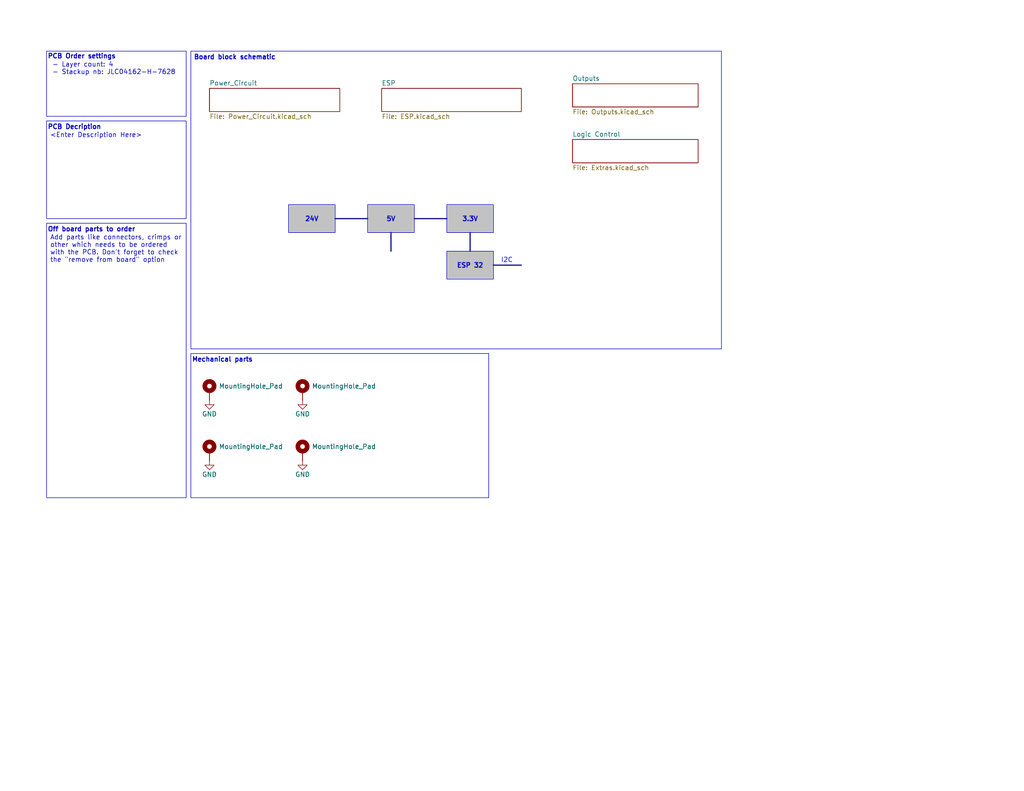
<source format=kicad_sch>
(kicad_sch (version 20250114) (generator "eeschema") (generator_version "9.0")
  (paper "USLetter")
  (title_block (title "${PROJECTNAME}") (date "2025-02-08") (rev "${REVISION}") (company "${GROUP_NAME}") (comment 1 "${AUTHOR}"))
  (lib_symbols
    (symbol "RoverLibrary:MountingHole_Pad" (pin_numbers (hide yes)) (pin_names (offset 1.016) (hide yes)) (exclude_from_sim yes) (in_bom no)
      (property "Value" "MountingHole_Pad" (at 0 4.445 0))
      (symbol "MountingHole_Pad_0_1"
        (circle (center 0 1.27) (radius 1.27) (stroke (width 1.27)))
      )
      (symbol "MountingHole_Pad_1_1"
        (pin input line (at 0 -2.54 90) (length 2.54) (name "1") (number "1"))
      )
    )
    (symbol "power:GND" (power) (pin_numbers (hide yes)) (pin_names (offset 0) (hide yes))
      (property "Value" "GND" (at 0 -3.81 0))
      (symbol "GND_0_1"
        (polyline (pts (xy 0 0) (xy 0 -1.27) (xy 1.27 -1.27) (xy 0 -2.54) (xy -1.27 -1.27) (xy 0 -1.27)))
      )
      (symbol "GND_1_1"
        (pin power_in line (at 0 0 270) (length 0) (name "~") (number "1"))
      )
    )
  )
  (rectangle (start 52.07 96.52) (end 133.35 135.89))
  (rectangle (start 52.07 13.97) (end 196.85 95.25))
  (rectangle (start 12.7 13.97) (end 50.8 31.75))
  (text "Off board parts to order" (at 12.954 62.738 0) (effects (font (size 1.27 1.27) (thickness 0.254) (bold yes)) (justify left)))
  (text "PCB Order settings" (at 12.954 15.494 0) (effects (font (size 1.27 1.27) (thickness 0.254) (bold yes)) (justify left)))
  (text "- Layer count: 4\n- Stackup nb: JLC04162-H-7628\n" (at 14.224 17.018 0) (effects (font (size 1.27 1.27) (thickness 0.1588)) (justify left top)))
  (text "I2C" (at 139.954 71.12 0) (effects (font (size 1.27 1.27)) (justify right)))
  (text "Board block schematic" (at 52.832 15.748 0) (effects (font (size 1.27 1.27) (thickness 0.254) (bold yes)) (justify left)))
  (text "Mechanical parts" (at 52.324 98.298 0) (effects (font (size 1.27 1.27) (thickness 0.254) (bold yes)) (justify left)))
  (text "PCB Decription" (at 12.954 34.798 0) (effects (font (size 1.27 1.27) (thickness 0.254) (bold yes)) (justify left)))
  (text_box "\nAdd parts like connectors, crimps or other which needs to be ordered with the PCB. Don't forget to check the \"remove from board\" option\n" (at 12.7 60.96 0) (size 38.1 74.93) (margins 0.9525 0.9525 0.9525 0.9525) (effects (font (size 1.27 1.27)) (justify left top)))
  (text_box "5V" (exclude_from_sim yes) (at 100.33 55.88 0) (size 12.7 7.62) (margins 0.9525 0.9525 0.9525 0.9525) (fill (type color) (color 194 194 194 1)) (effects (font (size 1.27 1.27) (thickness 0.254) (bold yes))))
  (text_box "3.3V" (exclude_from_sim yes) (at 121.92 55.88 0) (size 12.7 7.62) (margins 0.9525 0.9525 0.9525 0.9525) (fill (type color) (color 194 194 194 1)) (effects (font (size 1.27 1.27) (thickness 0.254) (bold yes))))
  (text_box "24V" (exclude_from_sim yes) (at 78.74 55.88 0) (size 12.7 7.62) (margins 0.9525 0.9525 0.9525 0.9525) (fill (type color) (color 194 194 194 1)) (effects (font (size 1.27 1.27) (thickness 0.254) (bold yes))))
  (text_box "ESP 32" (exclude_from_sim yes) (at 121.92 68.58 0) (size 12.7 7.62) (margins 0.9525 0.9525 0.9525 0.9525) (fill (type color) (color 194 194 194 1)) (effects (font (size 1.27 1.27) (thickness 0.254) (bold yes))))
  (text_box "\n<Enter Description Here>\n" (at 12.7 33.02 0) (size 38.1 26.67) (margins 0.9525 0.9525 0.9525 0.9525) (effects (font (size 1.27 1.27)) (justify left top)))
  (bus (pts (xy 106.68 63.5) (xy 106.68 68.58)))
  (bus (pts (xy 134.62 72.39) (xy 142.24 72.39)))
  (bus (pts (xy 128.27 63.5) (xy 128.27 68.58)))
  (bus (pts (xy 113.03 59.69) (xy 121.92 59.69)))
  (bus (pts (xy 91.44 59.69) (xy 100.33 59.69)))
  (symbol (lib_id "power:GND") (at 82.55 125.73 0) (unit 1)
    (property "Reference" "#PWR045" (effects (hide yes)))
    (property "Value" "GND" (at 82.55 129.54 0))
    (property "Description" "Power symbol creates a global label with name \"GND\" , ground" (effects (hide yes)))
  )
  (symbol (lib_id "RoverLibrary:MountingHole_Pad") (at 82.55 123.19 0) (unit 1) (exclude_from_sim yes) (in_bom no)
    (property "Reference" "H12" (effects (hide yes)))
    (property "Value" "MountingHole_Pad" (at 85.09 121.9199 0) (effects (justify left)))
    (property "Footprint" "RoverFootprint:MountingHole" (effects (hide yes)))
    (property "Description" "Mounting Hole with connection" (effects (hide yes)))
  )
  (symbol (lib_id "power:GND") (at 57.15 125.73 0) (unit 1)
    (property "Reference" "#PWR043" (effects (hide yes)))
    (property "Value" "GND" (at 57.15 129.54 0))
    (property "Description" "Power symbol creates a global label with name \"GND\" , ground" (effects (hide yes)))
  )
  (symbol (lib_id "RoverLibrary:MountingHole_Pad") (at 57.15 123.19 0) (unit 1) (exclude_from_sim yes) (in_bom no)
    (property "Reference" "H10" (effects (hide yes)))
    (property "Value" "MountingHole_Pad" (at 59.69 121.9199 0) (effects (justify left)))
    (property "Footprint" "RoverFootprint:MountingHole" (effects (hide yes)))
    (property "Description" "Mounting Hole with connection" (effects (hide yes)))
  )
  (symbol (lib_id "RoverLibrary:MountingHole_Pad") (at 57.15 106.68 0) (unit 1) (exclude_from_sim yes) (in_bom no)
    (property "Reference" "H9" (effects (hide yes)))
    (property "Value" "MountingHole_Pad" (at 59.69 105.4099 0) (effects (justify left)))
    (property "Footprint" "RoverFootprint:MountingHole" (effects (hide yes)))
    (property "Description" "Mounting Hole with connection" (effects (hide yes)))
  )
  (symbol (lib_id "power:GND") (at 82.55 109.22 0) (unit 1)
    (property "Reference" "#PWR044" (effects (hide yes)))
    (property "Value" "GND" (at 82.55 113.03 0))
    (property "Description" "Power symbol creates a global label with name \"GND\" , ground" (effects (hide yes)))
  )
  (symbol (lib_id "power:GND") (at 57.15 109.22 0) (unit 1)
    (property "Reference" "#PWR042" (effects (hide yes)))
    (property "Value" "GND" (at 57.15 113.03 0))
    (property "Description" "Power symbol creates a global label with name \"GND\" , ground" (effects (hide yes)))
  )
  (symbol (lib_id "RoverLibrary:MountingHole_Pad") (at 82.55 106.68 0) (unit 1) (exclude_from_sim yes) (in_bom no)
    (property "Reference" "H11" (effects (hide yes)))
    (property "Value" "MountingHole_Pad" (at 85.09 105.4099 0) (effects (justify left)))
    (property "Footprint" "RoverFootprint:MountingHole" (effects (hide yes)))
    (property "Description" "Mounting Hole with connection" (effects (hide yes)))
  )
  (sheet (at 57.15 24.13) (size 35.56 6.35) (stroke (width 0.1524))
    (property "Sheetname" "Power_Circuit" (at 57.15 23.4184 0) (effects (justify left bottom)))
    (property "Sheetfile" "Power_Circuit.kicad_sch" (at 57.15 31.0646 0) (effects (justify left top)))
  )
  (sheet (at 104.14 24.13) (size 38.1 6.35) (stroke (width 0.1524))
    (property "Sheetname" "ESP" (at 104.14 23.4184 0) (effects (justify left bottom)))
    (property "Sheetfile" "ESP.kicad_sch" (at 104.14 31.0646 0) (effects (justify left top)))
  )
  (sheet (at 156.21 38.1) (size 34.29 6.35) (stroke (width 0.1524))
    (property "Sheetname" "Logic Control" (at 156.21 37.3884 0) (effects (justify left bottom)))
    (property "Sheetfile" "Extras.kicad_sch" (at 156.21 45.0346 0) (effects (justify left top)))
  )
  (sheet (at 156.21 22.86) (size 34.29 6.35) (stroke (width 0.1524))
    (property "Sheetname" "Outputs" (at 156.21 22.1484 0) (effects (justify left bottom)))
    (property "Sheetfile" "Outputs.kicad_sch" (at 156.21 29.7946 0) (effects (justify left top)))
  )
)
</source>
